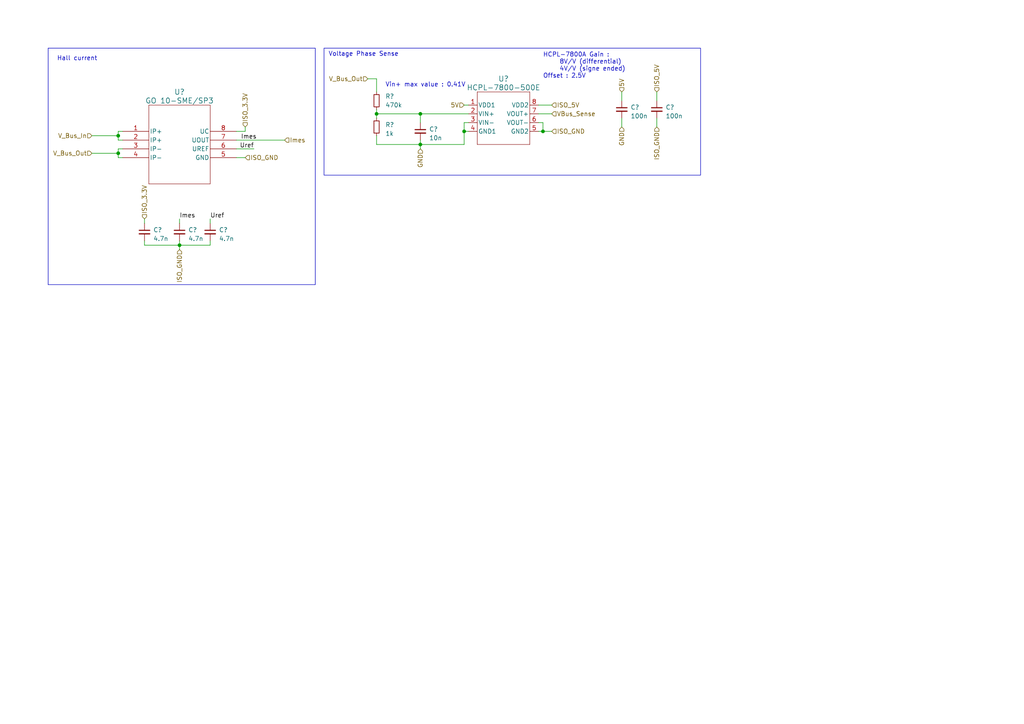
<source format=kicad_sch>
(kicad_sch (version 20230121) (generator eeschema)
  (paper "A4")
  (title_block (title "AAP Inverter") (date "2023-05-01") (company "ENSEA"))
  (lib_symbols
    (symbol "Custom:GO_10-SME" (pin_names (offset 0.254))
      (property "Reference" "U" (at 7.62 -12.7 0))
      (property "Value" "GO 10-SME/SP3" (at 0 12.7 0))
      (symbol "GO_10-SME_0_1"
        (polyline (pts (xy -8.89 -11.43) (xy 8.89 -11.43)) (stroke (width 0.127)))
        (polyline (pts (xy -8.89 11.43) (xy -8.89 -11.43)) (stroke (width 0.127)))
        (polyline (pts (xy 8.89 -11.43) (xy 8.89 11.43)) (stroke (width 0.127)))
        (polyline (pts (xy 8.89 11.43) (xy -8.89 11.43)) (stroke (width 0.127)))
        (pin input line (at -16.51 3.81 0) (length 7.62) (name "IP+") (number "1"))
        (pin input line (at -16.51 1.27 0) (length 7.62) (name "IP+") (number "2"))
        (pin output line (at 16.51 1.27 180) (length 7.62) (name "UOUT") (number "7"))
        (pin power_in line (at 16.51 3.81 180) (length 7.62) (name "UC") (number "8"))
      )
      (symbol "GO_10-SME_1_1"
        (pin passive line (at -16.51 -1.27 0) (length 7.62) (name "IP-") (number "3"))
        (pin passive line (at -16.51 -3.81 0) (length 7.62) (name "IP-") (number "4"))
        (pin power_in line (at 16.51 -3.81 180) (length 7.62) (name "GND") (number "5"))
        (pin output line (at 16.51 -1.27 180) (length 7.62) (name "UREF") (number "6"))
      )
    )
    (symbol "Custom:HCPL-7800-500E" (pin_names (offset 0.254))
      (property "Reference" "U" (at 6.35 -8.89 0))
      (property "Value" "HCPL-7800-500E" (at 0 8.89 0))
      (symbol "HCPL-7800-500E_0_1"
        (polyline (pts (xy -7.62 -7.62) (xy 7.62 -7.62)) (stroke (width 0.127)))
        (polyline (pts (xy -7.62 7.62) (xy -7.62 -7.62)) (stroke (width 0.127)))
        (polyline (pts (xy 7.62 -7.62) (xy 7.62 7.62)) (stroke (width 0.127)))
        (polyline (pts (xy 7.62 7.62) (xy -7.62 7.62)) (stroke (width 0.127)))
      )
      (symbol "HCPL-7800-500E_1_1"
        (pin power_in line (at -10.16 3.81 0) (length 2.54) (name "VDD1") (number "1"))
        (pin input line (at -10.16 1.27 0) (length 2.54) (name "VIN+") (number "2"))
        (pin input line (at -10.16 -1.27 0) (length 2.54) (name "VIN-") (number "3"))
        (pin power_in line (at -10.16 -3.81 0) (length 2.54) (name "GND1") (number "4"))
        (pin power_in line (at 10.16 -3.81 180) (length 2.54) (name "GND2") (number "5"))
        (pin passive line (at 10.16 -1.27 180) (length 2.54) (name "VOUT-") (number "6"))
        (pin passive line (at 10.16 1.27 180) (length 2.54) (name "VOUT+") (number "7"))
        (pin power_in line (at 10.16 3.81 180) (length 2.54) (name "VDD2") (number "8"))
      )
    )
    (symbol "Device:C_Small" (pin_numbers hide) (pin_names (offset 0.254) hide)
      (property "Reference" "C" (at 0.254 1.778 0))
      (property "Value" "C_Small" (at 0.254 -2.032 0))
      (symbol "C_Small_0_1"
        (polyline (pts (xy -1.524 -0.508) (xy 1.524 -0.508)) (stroke (width 0.3302)))
        (polyline (pts (xy -1.524 0.508) (xy 1.524 0.508)) (stroke (width 0.3048)))
      )
      (symbol "C_Small_1_1"
        (pin passive line (at 0 2.54 270) (length 2.032) (name "~") (number "1"))
        (pin passive line (at 0 -2.54 90) (length 2.032) (name "~") (number "2"))
      )
    )
    (symbol "Device:R_Small" (pin_numbers hide) (pin_names (offset 0.254) hide)
      (property "Reference" "R" (at 0.762 0.508 0))
      (property "Value" "R_Small" (at 0.762 -1.016 0))
      (symbol "R_Small_0_1"
        (rectangle (start -0.762 1.778) (end 0.762 -1.778) (stroke (width 0.2032)))
      )
      (symbol "R_Small_1_1"
        (pin passive line (at 0 2.54 270) (length 0.762) (name "~") (number "1"))
        (pin passive line (at 0 -2.54 90) (length 0.762) (name "~") (number "2"))
      )
    )
  )
  (junction (at 34.29 44.45))
  (junction (at 134.62 38.1))
  (junction (at 109.22 33.02))
  (junction (at 157.48 38.1))
  (junction (at 52.07 71.12))
  (junction (at 34.29 39.37))
  (junction (at 121.92 33.02))
  (junction (at 121.92 41.91))
  (wire (pts (xy 34.29 44.45) (xy 34.29 45.72)))
  (wire (pts (xy 109.22 22.86) (xy 109.22 26.67)))
  (wire (pts (xy 52.07 63.5) (xy 52.07 64.77)))
  (polyline (pts (xy 13.97 13.97) (xy 13.97 82.55)))
  (wire (pts (xy 109.22 39.37) (xy 109.22 41.91)))
  (wire (pts (xy 34.29 45.72) (xy 35.56 45.72)))
  (polyline (pts (xy 91.44 13.97) (xy 91.44 82.55)))
  (wire (pts (xy 60.96 63.5) (xy 60.96 64.77)))
  (wire (pts (xy 68.58 40.64) (xy 82.55 40.64)))
  (wire (pts (xy 121.92 33.02) (xy 135.89 33.02)))
  (wire (pts (xy 52.07 71.12) (xy 52.07 72.39)))
  (wire (pts (xy 60.96 69.85) (xy 60.96 71.12)))
  (wire (pts (xy 68.58 38.1) (xy 71.12 38.1)))
  (wire (pts (xy 121.92 41.91) (xy 121.92 43.18)))
  (wire (pts (xy 34.29 39.37) (xy 34.29 40.64)))
  (wire (pts (xy 190.5 26.67) (xy 190.5 29.21)))
  (wire (pts (xy 157.48 35.56) (xy 157.48 38.1)))
  (wire (pts (xy 121.92 41.91) (xy 134.62 41.91)))
  (wire (pts (xy 26.67 39.37) (xy 34.29 39.37)))
  (wire (pts (xy 156.21 35.56) (xy 157.48 35.56)))
  (wire (pts (xy 180.34 34.29) (xy 180.34 36.83)))
  (wire (pts (xy 156.21 38.1) (xy 157.48 38.1)))
  (wire (pts (xy 52.07 71.12) (xy 60.96 71.12)))
  (wire (pts (xy 26.67 44.45) (xy 34.29 44.45)))
  (wire (pts (xy 134.62 38.1) (xy 135.89 38.1)))
  (wire (pts (xy 109.22 31.75) (xy 109.22 33.02)))
  (wire (pts (xy 190.5 36.83) (xy 190.5 34.29)))
  (wire (pts (xy 180.34 26.67) (xy 180.34 29.21)))
  (wire (pts (xy 134.62 41.91) (xy 134.62 38.1)))
  (wire (pts (xy 160.02 30.48) (xy 156.21 30.48)))
  (wire (pts (xy 135.89 35.56) (xy 134.62 35.56)))
  (wire (pts (xy 41.91 69.85) (xy 41.91 71.12)))
  (polyline (pts (xy 13.97 13.97) (xy 91.44 13.97)))
  (wire (pts (xy 34.29 38.1) (xy 35.56 38.1)))
  (wire (pts (xy 41.91 63.5) (xy 41.91 64.77)))
  (wire (pts (xy 34.29 43.18) (xy 35.56 43.18)))
  (wire (pts (xy 135.89 30.48) (xy 134.62 30.48)))
  (wire (pts (xy 68.58 45.72) (xy 71.12 45.72)))
  (polyline (pts (xy 91.44 82.55) (xy 13.97 82.55)))
  (wire (pts (xy 34.29 44.45) (xy 34.29 43.18)))
  (wire (pts (xy 106.68 22.86) (xy 109.22 22.86)))
  (wire (pts (xy 121.92 40.64) (xy 121.92 41.91)))
  (wire (pts (xy 68.58 43.18) (xy 73.66 43.18)))
  (wire (pts (xy 109.22 33.02) (xy 109.22 34.29)))
  (wire (pts (xy 134.62 35.56) (xy 134.62 38.1)))
  (wire (pts (xy 35.56 40.64) (xy 34.29 40.64)))
  (wire (pts (xy 156.21 33.02) (xy 160.02 33.02)))
  (wire (pts (xy 109.22 41.91) (xy 121.92 41.91)))
  (wire (pts (xy 34.29 38.1) (xy 34.29 39.37)))
  (wire (pts (xy 157.48 38.1) (xy 160.02 38.1)))
  (wire (pts (xy 121.92 35.56) (xy 121.92 33.02)))
  (wire (pts (xy 52.07 69.85) (xy 52.07 71.12)))
  (wire (pts (xy 41.91 71.12) (xy 52.07 71.12)))
  (wire (pts (xy 71.12 38.1) (xy 71.12 36.83)))
  (wire (pts (xy 109.22 33.02) (xy 121.92 33.02)))
  (rectangle (start 93.98 13.97) (end 203.2 50.8))
  (text "HCPL-7800A Gain :\n	8V/V (differential)\n	4V/V (signe ended)\nOffset : 2.5V" (at 157.48 22.86 0) (effects (font (size 1.27 1.27)) (justify left bottom)))
  (text "Hall current" (at 16.51 17.78 0) (effects (font (size 1.27 1.27)) (justify left bottom)))
  (text "Vin+ max value : 0.41V" (at 111.76 25.4 0) (effects (font (size 1.27 1.27)) (justify left bottom)))
  (text "Voltage Phase Sense" (at 95.25 16.51 0) (effects (font (size 1.27 1.27)) (justify left bottom)))
  (label "Imes" (at 69.85 40.64 0))
  (label "Uref" (at 60.96 63.5 0))
  (label "Imes" (at 52.07 63.5 0))
  (label "Uref" (at 73.66 43.18 180))
  (hierarchical_label "V_Bus_Out" (shape input) (at 106.68 22.86 180))
  (hierarchical_label "ISO_GND" (shape input) (at 190.5 36.83 270))
  (hierarchical_label "ISO_GND" (shape input) (at 52.07 72.39 270))
  (hierarchical_label "ISO_5V" (shape input) (at 160.02 30.48 0))
  (hierarchical_label "5V" (shape input) (at 180.34 26.67 90))
  (hierarchical_label "GND" (shape input) (at 180.34 36.83 270))
  (hierarchical_label "ISO_GND" (shape input) (at 71.12 45.72 0))
  (hierarchical_label "ISO_5V" (shape input) (at 190.5 26.67 90))
  (hierarchical_label "GND" (shape input) (at 121.92 43.18 270))
  (hierarchical_label "V_Bus_In" (shape input) (at 26.67 39.37 180))
  (hierarchical_label "ISO_3.3V" (shape input) (at 71.12 36.83 90))
  (hierarchical_label "5V" (shape input) (at 134.62 30.48 180))
  (hierarchical_label "ISO_GND" (shape input) (at 160.02 38.1 0))
  (hierarchical_label "ISO_3.3V" (shape input) (at 41.91 63.5 90))
  (hierarchical_label "VBus_Sense" (shape input) (at 160.02 33.02 0))
  (hierarchical_label "Imes" (shape input) (at 82.55 40.64 0))
  (hierarchical_label "V_Bus_Out" (shape input) (at 26.67 44.45 180))
  (symbol (lib_id "Device:C_Small") (at 121.92 38.1 0) (unit 1)
    (property "Reference" "C?" (at 124.46 37.4713 0) (effects (justify left)))
    (property "Value" "10n" (at 124.46 40.0113 0) (effects (justify left)))
    (property "Footprint" "Capacitor_SMD:C_0402_1005Metric" (effects hide))
    (property "Fournisseur" "Wurth" (effects hide))
    (property "MFR" "885 012 205 050" (effects hide))
    (instances (project "Inverter_KiCAD" (path "" (reference "C?") (unit 1)) (path "" (reference "C604") (unit 1))))
  )
  (symbol (lib_id "Device:C_Small") (at 60.96 67.31 0) (unit 1)
    (property "Reference" "C?" (at 63.5 66.6813 0) (effects (justify left)))
    (property "Value" "4.7n" (at 63.5 69.2213 0) (effects (justify left)))
    (property "Footprint" "Capacitor_SMD:C_0402_1005Metric" (effects hide))
    (property "Fournisseur" "Wurth" (effects hide))
    (property "MFR" "885 012 205 048" (effects hide))
    (instances (project "Inverter_KiCAD" (path "" (reference "C?") (unit 1)) (path "" (reference "C603") (unit 1))))
  )
  (symbol (lib_id "Device:R_Small") (at 109.22 29.21 0) (unit 1)
    (property "Reference" "R?" (at 111.76 27.94 0) (effects (justify left)))
    (property "Value" "470k" (at 111.76 30.48 0) (effects (justify left)))
    (property "Footprint" "Resistor_SMD:R_0402_1005Metric" (effects hide))
    (property "Fournisseur" "Stock" (effects hide))
    (instances (project "Inverter_KiCAD" (path "" (reference "R?") (unit 1)) (path "" (reference "R601") (unit 1))))
  )
  (symbol (lib_id "Device:C_Small") (at 180.34 31.75 0) (unit 1)
    (property "Reference" "C?" (at 182.88 31.1213 0) (effects (justify left)))
    (property "Value" "100n" (at 182.88 33.6613 0) (effects (justify left)))
    (property "Footprint" "Capacitor_SMD:C_0402_1005Metric" (effects hide))
    (property "Fournisseur" "Wurth" (effects hide))
    (property "MFR" "885 012 105 018" (effects hide))
    (instances (project "Inverter_KiCAD" (path "" (reference "C?") (unit 1)) (path "" (reference "C605") (unit 1))))
  )
  (symbol (lib_id "Device:R_Small") (at 109.22 36.83 0) (unit 1)
    (property "Reference" "R?" (at 111.76 36.195 0) (effects (justify left)))
    (property "Value" "1k" (at 111.76 38.735 0) (effects (justify left)))
    (property "Footprint" "Resistor_SMD:R_0402_1005Metric" (effects hide))
    (property "Fournisseur" "Farnell" (effects hide))
    (property "MFR" "MCWR04X1001FTL" (effects hide))
    (property "Ref" "2446437" (effects hide))
    (instances (project "Inverter_KiCAD" (path "" (reference "R?") (unit 1)) (path "" (reference "R602") (unit 1))))
  )
  (symbol (lib_id "Device:C_Small") (at 52.07 67.31 0) (unit 1)
    (property "Reference" "C?" (at 54.61 66.6813 0) (effects (justify left)))
    (property "Value" "4.7n" (at 54.61 69.2213 0) (effects (justify left)))
    (property "Footprint" "Capacitor_SMD:C_0402_1005Metric" (effects hide))
    (property "Fournisseur" "Wurth" (effects hide))
    (property "MFR" "885 012 205 048" (effects hide))
    (instances (project "Inverter_KiCAD" (path "" (reference "C?") (unit 1)) (path "" (reference "C602") (unit 1))))
  )
  (symbol (lib_id "Custom:GO_10-SME") (at 52.07 41.91 0) (unit 1)
    (property "Reference" "U?" (at 52.07 26.67 0) (effects (font (size 1.524 1.524))))
    (property "Value" "GO 10-SME/SP3" (at 52.07 29.21 0) (effects (font (size 1.524 1.524))))
    (property "Footprint" "Custom:SOIC8-GO-SME&slash_SP3_LEM" (effects hide))
    (property "Datasheet" "GO 10-SME" (effects hide))
    (property "MFR" "GO 10-SME/SP3" (effects hide))
    (property "Fournisseur" "Farnell" (effects hide))
    (property "Ref" "3796461" (effects hide))
    (instances (project "Inverter_KiCAD" (path "" (reference "U?") (unit 1)) (path "" (reference "U601") (unit 1))))
  )
  (symbol (lib_id "Device:C_Small") (at 190.5 31.75 0) (unit 1)
    (property "Reference" "C?" (at 193.04 31.1213 0) (effects (justify left)))
    (property "Value" "100n" (at 193.04 33.6613 0) (effects (justify left)))
    (property "Footprint" "Capacitor_SMD:C_0402_1005Metric" (effects hide))
    (property "Fournisseur" "Wurth" (effects hide))
    (property "MFR" "885 012 105 018" (effects hide))
    (instances (project "Inverter_KiCAD" (path "" (reference "C?") (unit 1)) (path "" (reference "C606") (unit 1))))
  )
  (symbol (lib_id "Device:C_Small") (at 41.91 67.31 0) (unit 1)
    (property "Reference" "C?" (at 44.45 66.6813 0) (effects (justify left)))
    (property "Value" "4.7n" (at 44.45 69.2213 0) (effects (justify left)))
    (property "Footprint" "Capacitor_SMD:C_0402_1005Metric" (effects hide))
    (property "Fournisseur" "Wurth" (effects hide))
    (property "MFR" "885 012 205 048" (effects hide))
    (instances (project "Inverter_KiCAD" (path "" (reference "C?") (unit 1)) (path "" (reference "C601") (unit 1))))
  )
  (symbol (lib_id "Custom:HCPL-7800-500E") (at 146.05 34.29 0) (unit 1)
    (property "Reference" "U?" (at 146.05 22.86 0) (effects (font (size 1.524 1.524))))
    (property "Value" "HCPL-7800-500E" (at 146.05 25.4 0) (effects (font (size 1.524 1.524))))
    (property "Footprint" "Custom:DIP-8 Gull Wing" (effects hide))
    (property "Fournisseur" "RS" (effects hide))
    (property "MFR" "HCPL-7800A-500E" (effects hide))
    (property "Ref" "174-4179" (effects hide))
    (instances (project "Inverter_KiCAD" (path "" (reference "U?") (unit 1)) (path "" (reference "U?") (unit 1)) (path "" (reference "U?") (unit 1)) (path "" (reference "U602") (unit 1))))
  )
)
</source>
